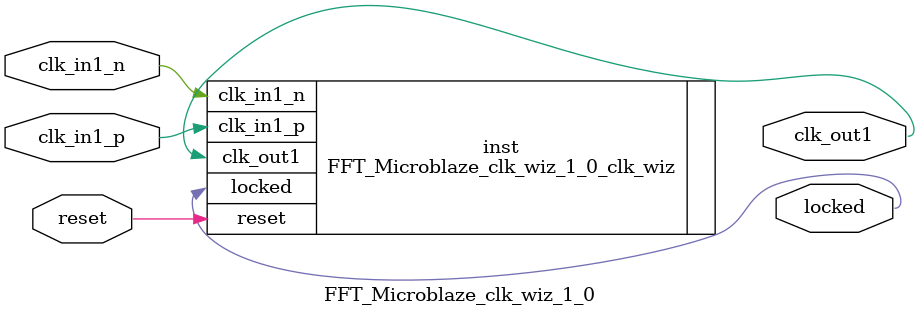
<source format=v>


`timescale 1ps/1ps

(* CORE_GENERATION_INFO = "FFT_Microblaze_clk_wiz_1_0,clk_wiz_v6_0_2_0_0,{component_name=FFT_Microblaze_clk_wiz_1_0,use_phase_alignment=true,use_min_o_jitter=false,use_max_i_jitter=false,use_dyn_phase_shift=false,use_inclk_switchover=false,use_dyn_reconfig=false,enable_axi=0,feedback_source=FDBK_AUTO,PRIMITIVE=MMCM,num_out_clk=1,clkin1_period=10.000,clkin2_period=10.000,use_power_down=false,use_reset=true,use_locked=true,use_inclk_stopped=false,feedback_type=SINGLE,CLOCK_MGR_TYPE=NA,manual_override=false}" *)

module FFT_Microblaze_clk_wiz_1_0 
 (
  // Clock out ports
  output        clk_out1,
  // Status and control signals
  input         reset,
  output        locked,
 // Clock in ports
  input         clk_in1_p,
  input         clk_in1_n
 );

  FFT_Microblaze_clk_wiz_1_0_clk_wiz inst
  (
  // Clock out ports  
  .clk_out1(clk_out1),
  // Status and control signals               
  .reset(reset), 
  .locked(locked),
 // Clock in ports
  .clk_in1_p(clk_in1_p),
  .clk_in1_n(clk_in1_n)
  );

endmodule

</source>
